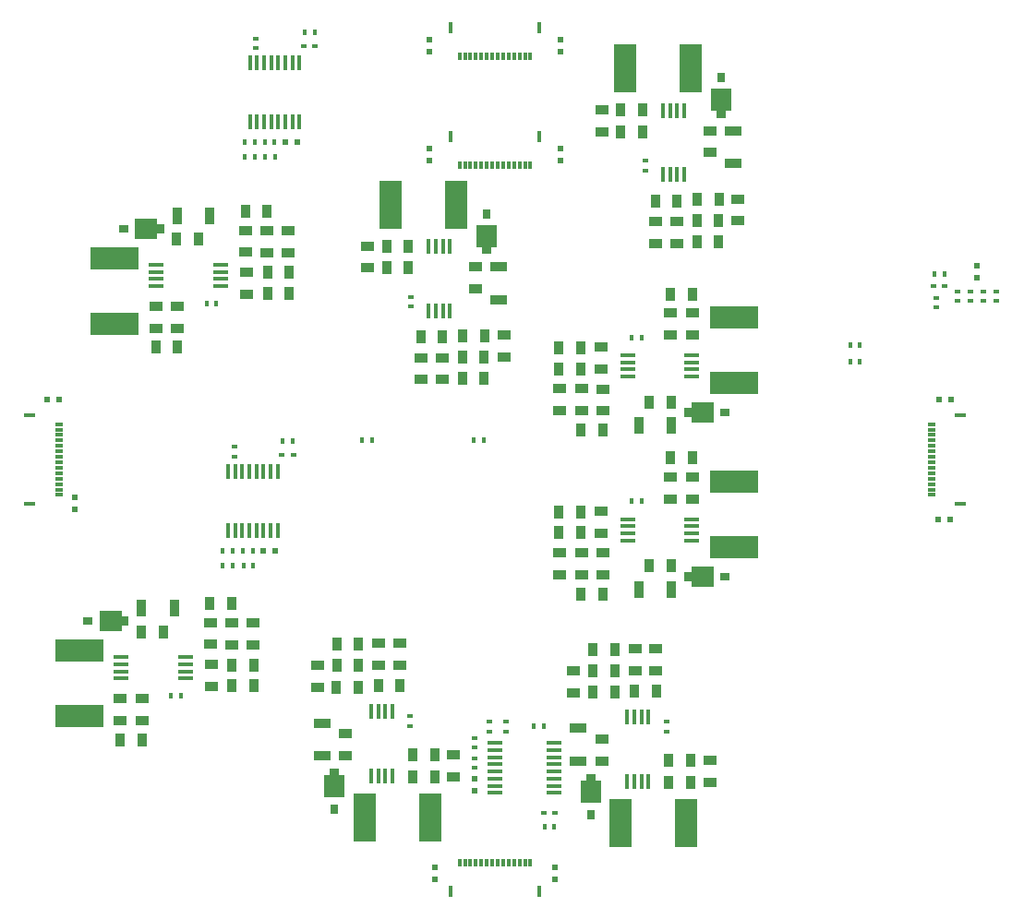
<source format=gbr>
G04 #@! TF.FileFunction,Paste,Bot*
%FSLAX46Y46*%
G04 Gerber Fmt 4.6, Leading zero omitted, Abs format (unit mm)*
G04 Created by KiCad (PCBNEW 4.0.7-e2-6376~58~ubuntu16.04.1) date Sun Mar 18 18:41:19 2018*
%MOMM*%
%LPD*%
G01*
G04 APERTURE LIST*
%ADD10C,0.100000*%
%ADD11R,1.400000X0.350000*%
%ADD12R,0.500000X0.400000*%
%ADD13R,0.360000X0.560000*%
%ADD14R,0.560000X0.360000*%
%ADD15R,1.450000X0.450000*%
%ADD16R,0.450000X1.450000*%
%ADD17R,0.600000X0.500000*%
%ADD18R,0.500000X0.600000*%
%ADD19R,0.900000X1.150000*%
%ADD20R,1.150000X0.900000*%
%ADD21R,4.500000X2.000000*%
%ADD22R,2.000000X4.500000*%
%ADD23R,0.900000X1.500000*%
%ADD24R,1.500000X0.900000*%
%ADD25R,0.650000X0.850000*%
%ADD26R,1.950000X2.000000*%
%ADD27R,0.950000X0.650000*%
%ADD28R,0.700000X0.300000*%
%ADD29R,1.000000X0.300000*%
%ADD30R,0.300000X0.700000*%
%ADD31R,0.300000X1.000000*%
%ADD32R,0.350000X1.400000*%
%ADD33R,0.850000X0.650000*%
%ADD34R,2.000000X1.950000*%
%ADD35R,0.650000X0.950000*%
G04 APERTURE END LIST*
D10*
D11*
X158400000Y-117975000D03*
X158400000Y-118625000D03*
X158400000Y-119925000D03*
X158400000Y-119275000D03*
X158400000Y-117325000D03*
X158400000Y-116025000D03*
X158400000Y-116675000D03*
X158400000Y-120575000D03*
X153000000Y-117325000D03*
X153000000Y-118625000D03*
X153000000Y-119925000D03*
X153000000Y-119275000D03*
X153000000Y-120575000D03*
X153000000Y-116025000D03*
X153000000Y-116675000D03*
X153000000Y-117975000D03*
D12*
X194225000Y-74100000D03*
X193175000Y-74100000D03*
X133475000Y-89600000D03*
X134525000Y-89600000D03*
X158525000Y-122400000D03*
X157475000Y-122400000D03*
X135475000Y-52100000D03*
X136525000Y-52100000D03*
D13*
X140800000Y-88250000D03*
X141700000Y-88250000D03*
X151050000Y-88250000D03*
X151950000Y-88250000D03*
D14*
X197800000Y-74550000D03*
X197800000Y-75450000D03*
X199000000Y-75450000D03*
X199000000Y-74550000D03*
D13*
X128050000Y-98400000D03*
X128950000Y-98400000D03*
X128950000Y-99700000D03*
X128050000Y-99700000D03*
D14*
X151100000Y-115550000D03*
X151100000Y-116450000D03*
X152500000Y-114950000D03*
X152500000Y-114050000D03*
D13*
X130050000Y-60900000D03*
X130950000Y-60900000D03*
X130950000Y-62200000D03*
X130050000Y-62200000D03*
D14*
X196600000Y-74550000D03*
X196600000Y-75450000D03*
X195400000Y-75450000D03*
X195400000Y-74550000D03*
D13*
X130800000Y-98400000D03*
X129900000Y-98400000D03*
X129950000Y-99700000D03*
X130850000Y-99700000D03*
D14*
X151100000Y-118300000D03*
X151100000Y-117400000D03*
X154000000Y-114950000D03*
X154000000Y-114050000D03*
D13*
X132800000Y-60900000D03*
X131900000Y-60900000D03*
X131950000Y-62200000D03*
X132850000Y-62200000D03*
D14*
X193500000Y-76050000D03*
X193500000Y-75150000D03*
D13*
X194200000Y-73000000D03*
X193300000Y-73000000D03*
D14*
X129100000Y-89750000D03*
X129100000Y-88850000D03*
D13*
X133550000Y-88300000D03*
X134450000Y-88300000D03*
X157450000Y-114500000D03*
X156550000Y-114500000D03*
X158450000Y-123700000D03*
X157550000Y-123700000D03*
D14*
X131100000Y-52250000D03*
X131100000Y-51350000D03*
D13*
X135550000Y-50800000D03*
X136450000Y-50800000D03*
D15*
X171049800Y-95456396D03*
X171049800Y-96106396D03*
X171049800Y-96756396D03*
X171049800Y-97406396D03*
X165149800Y-97406396D03*
X165149800Y-96756396D03*
X165149800Y-96106396D03*
X165149800Y-95456396D03*
X171049800Y-80412600D03*
X171049800Y-81062600D03*
X171049800Y-81712600D03*
X171049800Y-82362600D03*
X165149800Y-82362600D03*
X165149800Y-81712600D03*
X165149800Y-81062600D03*
X165149800Y-80412600D03*
X121950200Y-74087400D03*
X121950200Y-73437400D03*
X121950200Y-72787400D03*
X121950200Y-72137400D03*
X127850200Y-72137400D03*
X127850200Y-72787400D03*
X127850200Y-73437400D03*
X127850200Y-74087400D03*
X118700200Y-110087400D03*
X118700200Y-109437400D03*
X118700200Y-108787400D03*
X118700200Y-108137400D03*
X124600200Y-108137400D03*
X124600200Y-108787400D03*
X124600200Y-109437400D03*
X124600200Y-110087400D03*
D16*
X143587400Y-119049800D03*
X142937400Y-119049800D03*
X142287400Y-119049800D03*
X141637400Y-119049800D03*
X141637400Y-113149800D03*
X142287400Y-113149800D03*
X142937400Y-113149800D03*
X143587400Y-113149800D03*
X167087400Y-119549800D03*
X166437400Y-119549800D03*
X165787400Y-119549800D03*
X165137400Y-119549800D03*
X165137400Y-113649800D03*
X165787400Y-113649800D03*
X166437400Y-113649800D03*
X167087400Y-113649800D03*
X168412600Y-57950200D03*
X169062600Y-57950200D03*
X169712600Y-57950200D03*
X170362600Y-57950200D03*
X170362600Y-63850200D03*
X169712600Y-63850200D03*
X169062600Y-63850200D03*
X168412600Y-63850200D03*
X146912600Y-70450200D03*
X147562600Y-70450200D03*
X148212600Y-70450200D03*
X148862600Y-70450200D03*
X148862600Y-76350200D03*
X148212600Y-76350200D03*
X147562600Y-76350200D03*
X146912600Y-76350200D03*
D17*
X133750000Y-60900000D03*
X134850000Y-60900000D03*
D18*
X197200000Y-73350000D03*
X197200000Y-72250000D03*
D17*
X131750000Y-98400000D03*
X132850000Y-98400000D03*
D18*
X151100000Y-119250000D03*
X151100000Y-120350000D03*
D19*
X171100000Y-74800000D03*
X169100000Y-74800000D03*
D20*
X169100000Y-78550000D03*
X169100000Y-76550000D03*
X160914800Y-83508600D03*
X160914800Y-85508600D03*
X162743600Y-79698600D03*
X162743600Y-81698600D03*
D19*
X162900000Y-87300000D03*
X160900000Y-87300000D03*
X169176000Y-84715000D03*
X167176000Y-84715000D03*
X121900000Y-79700000D03*
X123900000Y-79700000D03*
D20*
X123900000Y-75950000D03*
X123900000Y-77950000D03*
X132085200Y-70991400D03*
X132085200Y-68991400D03*
X130256400Y-74801400D03*
X130256400Y-72801400D03*
D19*
X130100000Y-67200000D03*
X132100000Y-67200000D03*
X123824000Y-69785000D03*
X125824000Y-69785000D03*
X118650000Y-115700000D03*
X120650000Y-115700000D03*
D20*
X120650000Y-111950000D03*
X120650000Y-113950000D03*
X128835200Y-106991400D03*
X128835200Y-104991400D03*
X127006400Y-110801400D03*
X127006400Y-108801400D03*
D19*
X126850000Y-103200000D03*
X128850000Y-103200000D03*
X120574000Y-105785000D03*
X122574000Y-105785000D03*
D20*
X149200000Y-119100000D03*
X149200000Y-117100000D03*
D19*
X145450000Y-117100000D03*
X147450000Y-117100000D03*
X140491400Y-108914800D03*
X138491400Y-108914800D03*
X144301400Y-110743600D03*
X142301400Y-110743600D03*
D20*
X136700000Y-110900000D03*
X136700000Y-108900000D03*
X139285000Y-117176000D03*
X139285000Y-115176000D03*
X172700000Y-119600000D03*
X172700000Y-117600000D03*
D19*
X168950000Y-117600000D03*
X170950000Y-117600000D03*
X163991400Y-109414800D03*
X161991400Y-109414800D03*
X167801400Y-111243600D03*
X165801400Y-111243600D03*
D20*
X160200000Y-111400000D03*
X160200000Y-109400000D03*
X162785000Y-117676000D03*
X162785000Y-115676000D03*
X162800000Y-57900000D03*
X162800000Y-59900000D03*
D19*
X166550000Y-59900000D03*
X164550000Y-59900000D03*
X171508600Y-68085200D03*
X173508600Y-68085200D03*
X167698600Y-66256400D03*
X169698600Y-66256400D03*
D20*
X175300000Y-66100000D03*
X175300000Y-68100000D03*
X172715000Y-59824000D03*
X172715000Y-61824000D03*
X141300000Y-70400000D03*
X141300000Y-72400000D03*
D19*
X145050000Y-72400000D03*
X143050000Y-72400000D03*
X150008600Y-80585200D03*
X152008600Y-80585200D03*
X146198600Y-78756400D03*
X148198600Y-78756400D03*
D20*
X153800000Y-78600000D03*
X153800000Y-80600000D03*
X151215000Y-72324000D03*
X151215000Y-74324000D03*
D21*
X174881600Y-92008996D03*
X174881600Y-98008996D03*
X174881600Y-76965200D03*
X174881600Y-82965200D03*
X118118400Y-77534800D03*
X118118400Y-71534800D03*
X114868400Y-113534800D03*
X114868400Y-107534800D03*
D22*
X147034800Y-122881600D03*
X141034800Y-122881600D03*
X170534800Y-123381600D03*
X164534800Y-123381600D03*
X164965200Y-54118400D03*
X170965200Y-54118400D03*
X143465200Y-66618400D03*
X149465200Y-66618400D03*
D20*
X171100000Y-91593796D03*
X171100000Y-93593796D03*
D13*
X165541600Y-93840596D03*
X166441600Y-93840596D03*
D19*
X158848000Y-94802596D03*
X160848000Y-94802596D03*
X158848000Y-96707596D03*
X160848000Y-96707596D03*
D23*
X169168000Y-101917796D03*
X166168000Y-101917796D03*
D20*
X162870600Y-100577796D03*
X162870600Y-98577796D03*
X158959000Y-98552396D03*
X158959000Y-100552396D03*
X171100000Y-76550000D03*
X171100000Y-78550000D03*
D13*
X165541600Y-78796800D03*
X166441600Y-78796800D03*
D19*
X158848000Y-79758800D03*
X160848000Y-79758800D03*
X158848000Y-81663800D03*
X160848000Y-81663800D03*
D23*
X169168000Y-86874000D03*
X166168000Y-86874000D03*
D20*
X162870600Y-85534000D03*
X162870600Y-83534000D03*
X158959000Y-83508600D03*
X158959000Y-85508600D03*
X121900000Y-77950000D03*
X121900000Y-75950000D03*
D13*
X127458400Y-75703200D03*
X126558400Y-75703200D03*
D19*
X134152000Y-74741200D03*
X132152000Y-74741200D03*
X134152000Y-72836200D03*
X132152000Y-72836200D03*
D23*
X123832000Y-67626000D03*
X126832000Y-67626000D03*
D20*
X130129400Y-68966000D03*
X130129400Y-70966000D03*
X134041000Y-70991400D03*
X134041000Y-68991400D03*
X118650000Y-113950000D03*
X118650000Y-111950000D03*
D13*
X124208400Y-111703200D03*
X123308400Y-111703200D03*
D19*
X130902000Y-110741200D03*
X128902000Y-110741200D03*
X130902000Y-108836200D03*
X128902000Y-108836200D03*
D23*
X120582000Y-103626000D03*
X123582000Y-103626000D03*
D20*
X126879400Y-104966000D03*
X126879400Y-106966000D03*
X130791000Y-106991400D03*
X130791000Y-104991400D03*
D19*
X147450000Y-119100000D03*
X145450000Y-119100000D03*
D14*
X145203200Y-113541600D03*
X145203200Y-114441600D03*
D20*
X144241200Y-106848000D03*
X144241200Y-108848000D03*
X142336200Y-106848000D03*
X142336200Y-108848000D03*
D24*
X137126000Y-117168000D03*
X137126000Y-114168000D03*
D19*
X138466000Y-110870600D03*
X140466000Y-110870600D03*
X140491400Y-106959000D03*
X138491400Y-106959000D03*
X170950000Y-119600000D03*
X168950000Y-119600000D03*
D14*
X168703200Y-114041600D03*
X168703200Y-114941600D03*
D20*
X167741200Y-107348000D03*
X167741200Y-109348000D03*
X165836200Y-107348000D03*
X165836200Y-109348000D03*
D24*
X160626000Y-117668000D03*
X160626000Y-114668000D03*
D19*
X161966000Y-111370600D03*
X163966000Y-111370600D03*
X163991400Y-107459000D03*
X161991400Y-107459000D03*
X164550000Y-57900000D03*
X166550000Y-57900000D03*
D14*
X166796800Y-63458400D03*
X166796800Y-62558400D03*
D20*
X167758800Y-70152000D03*
X167758800Y-68152000D03*
X169663800Y-70152000D03*
X169663800Y-68152000D03*
D24*
X174874000Y-59832000D03*
X174874000Y-62832000D03*
D19*
X173534000Y-66129400D03*
X171534000Y-66129400D03*
X171508600Y-70041000D03*
X173508600Y-70041000D03*
X143050000Y-70400000D03*
X145050000Y-70400000D03*
D14*
X145296800Y-75958400D03*
X145296800Y-75058400D03*
D20*
X146258800Y-82652000D03*
X146258800Y-80652000D03*
X148163800Y-82652000D03*
X148163800Y-80652000D03*
D24*
X153374000Y-72332000D03*
X153374000Y-75332000D03*
D19*
X152034000Y-78629400D03*
X150034000Y-78629400D03*
X150008600Y-82541000D03*
X152008600Y-82541000D03*
D25*
X152205600Y-67437100D03*
D26*
X152205600Y-69492100D03*
D27*
X152205600Y-70817100D03*
D28*
X193000000Y-89750000D03*
X193000000Y-89250000D03*
X193000000Y-88750000D03*
X193000000Y-88250000D03*
X193000000Y-87750000D03*
X193000000Y-87250000D03*
X193000000Y-86750000D03*
X193000000Y-93250000D03*
X193000000Y-91750000D03*
X193000000Y-92250000D03*
X193000000Y-92750000D03*
X193000000Y-91250000D03*
X193000000Y-90750000D03*
X193000000Y-90250000D03*
D29*
X195650000Y-85960000D03*
X195650000Y-94040000D03*
D30*
X152750000Y-63000000D03*
X152250000Y-63000000D03*
X151750000Y-63000000D03*
X151250000Y-63000000D03*
X150750000Y-63000000D03*
X150250000Y-63000000D03*
X149750000Y-63000000D03*
X156250000Y-63000000D03*
X154750000Y-63000000D03*
X155250000Y-63000000D03*
X155750000Y-63000000D03*
X154250000Y-63000000D03*
X153750000Y-63000000D03*
X153250000Y-63000000D03*
D31*
X148960000Y-60350000D03*
X157040000Y-60350000D03*
D28*
X113000000Y-90250000D03*
X113000000Y-90750000D03*
X113000000Y-91250000D03*
X113000000Y-91750000D03*
X113000000Y-92250000D03*
X113000000Y-92750000D03*
X113000000Y-93250000D03*
X113000000Y-86750000D03*
X113000000Y-88250000D03*
X113000000Y-87750000D03*
X113000000Y-87250000D03*
X113000000Y-88750000D03*
X113000000Y-89250000D03*
X113000000Y-89750000D03*
D29*
X110350000Y-94040000D03*
X110350000Y-85960000D03*
D30*
X153250000Y-127000000D03*
X153750000Y-127000000D03*
X154250000Y-127000000D03*
X154750000Y-127000000D03*
X155250000Y-127000000D03*
X155750000Y-127000000D03*
X156250000Y-127000000D03*
X149750000Y-127000000D03*
X151250000Y-127000000D03*
X150750000Y-127000000D03*
X150250000Y-127000000D03*
X151750000Y-127000000D03*
X152250000Y-127000000D03*
X152750000Y-127000000D03*
D31*
X157040000Y-129650000D03*
X148960000Y-129650000D03*
D30*
X152750000Y-53000000D03*
X152250000Y-53000000D03*
X151750000Y-53000000D03*
X151250000Y-53000000D03*
X150750000Y-53000000D03*
X150250000Y-53000000D03*
X149750000Y-53000000D03*
X156250000Y-53000000D03*
X154750000Y-53000000D03*
X155250000Y-53000000D03*
X155750000Y-53000000D03*
X154250000Y-53000000D03*
X153750000Y-53000000D03*
X153250000Y-53000000D03*
D31*
X148960000Y-50350000D03*
X157040000Y-50350000D03*
D32*
X130475000Y-91100000D03*
X131125000Y-91100000D03*
X132425000Y-91100000D03*
X131775000Y-91100000D03*
X129825000Y-91100000D03*
X128525000Y-91100000D03*
X129175000Y-91100000D03*
X133075000Y-91100000D03*
X129825000Y-96500000D03*
X131125000Y-96500000D03*
X132425000Y-96500000D03*
X131775000Y-96500000D03*
X133075000Y-96500000D03*
X128525000Y-96500000D03*
X129175000Y-96500000D03*
X130475000Y-96500000D03*
X132475000Y-53600000D03*
X133125000Y-53600000D03*
X134425000Y-53600000D03*
X133775000Y-53600000D03*
X131825000Y-53600000D03*
X130525000Y-53600000D03*
X131175000Y-53600000D03*
X135075000Y-53600000D03*
X131825000Y-59000000D03*
X133125000Y-59000000D03*
X134425000Y-59000000D03*
X133775000Y-59000000D03*
X135075000Y-59000000D03*
X130525000Y-59000000D03*
X131175000Y-59000000D03*
X132475000Y-59000000D03*
D18*
X159000000Y-51450000D03*
X159000000Y-52550000D03*
X147000000Y-52550000D03*
X147000000Y-51450000D03*
D19*
X171100000Y-89843796D03*
X169100000Y-89843796D03*
D20*
X169100000Y-93593796D03*
X169100000Y-91593796D03*
X160914800Y-98552396D03*
X160914800Y-100552396D03*
X162743600Y-94742396D03*
X162743600Y-96742396D03*
D19*
X162900000Y-102343796D03*
X160900000Y-102343796D03*
X169176000Y-99758796D03*
X167176000Y-99758796D03*
D17*
X194750000Y-95500000D03*
X193650000Y-95500000D03*
X193700000Y-84500000D03*
X194800000Y-84500000D03*
D18*
X114500000Y-93450000D03*
X114500000Y-94550000D03*
D17*
X113000000Y-84500000D03*
X111900000Y-84500000D03*
D18*
X147500000Y-128550000D03*
X147500000Y-127450000D03*
X158500000Y-127450000D03*
X158500000Y-128550000D03*
D25*
X173705600Y-54937100D03*
D26*
X173705600Y-56992100D03*
D27*
X173705600Y-58317100D03*
D33*
X118937100Y-68794400D03*
D34*
X120992100Y-68794400D03*
D35*
X122317100Y-68794400D03*
D33*
X115687100Y-104794400D03*
D34*
X117742100Y-104794400D03*
D35*
X119067100Y-104794400D03*
D25*
X138294400Y-122062900D03*
D26*
X138294400Y-120007900D03*
D27*
X138294400Y-118682900D03*
D25*
X161794400Y-122562900D03*
D26*
X161794400Y-120507900D03*
D27*
X161794400Y-119182900D03*
D33*
X174062900Y-85705600D03*
D34*
X172007900Y-85705600D03*
D35*
X170682900Y-85705600D03*
D33*
X174062900Y-100749396D03*
D34*
X172007900Y-100749396D03*
D35*
X170682900Y-100749396D03*
D18*
X159000000Y-61450000D03*
X159000000Y-62550000D03*
X147000000Y-61450000D03*
X147000000Y-62550000D03*
D13*
X186450000Y-79500000D03*
X185550000Y-79500000D03*
X185550000Y-81000000D03*
X186450000Y-81000000D03*
M02*

</source>
